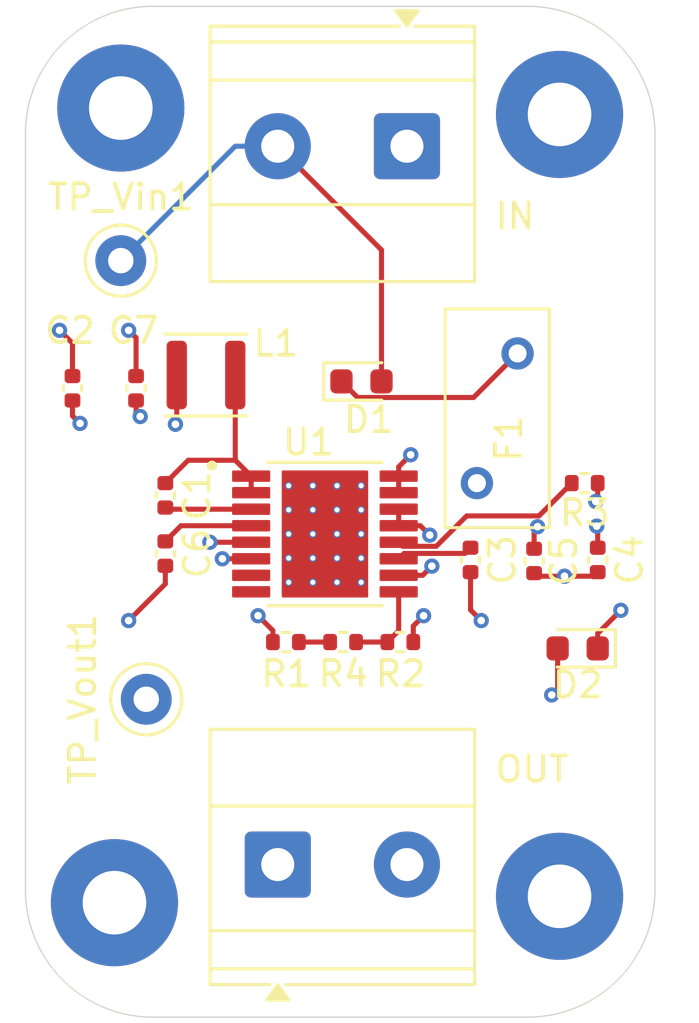
<source format=kicad_pcb>
(kicad_pcb (version 20241229) (generator "pcbnew") (generator_version "9.0")
  (layers (0 "F.Cu" signal "Top") (4 "In1.Cu" signal "GND") (6 "In2.Cu" signal "PWR") (2 "B.Cu" signal "Bottom") (13 "F.Paste" user) (15 "B.Paste" user) (5 "F.SilkS" user "F.Silkscreen") (7 "B.SilkS" user "B.Silkscreen") (1 "F.Mask" user) (3 "B.Mask" user) (25 "Edge.Cuts" user))
  (net 0 "")
  (net 1 "Net-(U1-CBOOT)")
  (net 2 "/SW")
  (net 3 "GND")
  (net 4 "Net-(U1-SS{slash}TRK)")
  (net 5 "VIN")
  (net 6 "Net-(U1-VCC)")
  (net 7 "Net-(D1-K)")
  (net 8 "Net-(D1-A)")
  (net 9 "/Vout")
  (net 10 "Net-(R1-Pad2)")
  (net 11 "Net-(U1-FB)")
  (net 12 "Net-(U1-EN)")
  (footprint "MountingHole:MountingHole_2.5mm_Pad" (layer "F.Cu") (at 163.25 71.5)
    (property "Reference" "H2" (hide yes))
    (property "Value" "MountingHole_Pad" (hide yes))
    (pad "1" thru_hole circle (at 0 0) (size 5 5) (drill 2.5) (layers "*.Cu" "*.Mask"))
  )
  (footprint "Fuse:Fuse_BelFuse_0ZRE0005FF_L8.3mm_W3.8mm" (layer "F.Cu") (at 178.85 81.15 -90)
    (property "Reference" "F1" (at 3.35 0.35 90) (layer "F.SilkS"))
    (property "Value" "Fuse" (hide yes))
    (fp_line (start -1.75 2.85) (end 6.85 2.85) (stroke (width 0.12)) (layer "F.SilkS"))
    (fp_line (start -1.75 -1.25) (end -1.75 2.85) (stroke (width 0.12)) (layer "F.SilkS"))
    (fp_line (start -1.75 -1.25) (end 6.85 -1.25) (stroke (width 0.12)) (layer "F.SilkS"))
    (fp_line (start 6.85 -1.25) (end 6.85 2.85) (stroke (width 0.12)) (layer "F.SilkS"))
    (pad "1" thru_hole circle (at 0 0 270) (size 1.27 1.27) (drill 0.71) (layers "*.Cu" "*.Mask") (net 7 "Net-(D1-K)"))
    (pad "2" thru_hole circle (at 5.1 1.6 270) (size 1.27 1.27) (drill 0.71) (layers "*.Cu" "*.Mask") (net 5 "VIN"))
  )
  (footprint "Resistor_SMD:R_0402_1005Metric" (layer "F.Cu") (at 169.74 92.5)
    (property "Reference" "R1" (at 0.01 1.25 0) (layer "F.SilkS"))
    (property "Value" "82KΩ" (hide yes))
    (fp_line (start -0.153641 -0.38) (end 0.153641 -0.38) (stroke (width 0.12)) (layer "F.SilkS"))
    (fp_line (start -0.153641 0.38) (end 0.153641 0.38) (stroke (width 0.12)) (layer "F.SilkS"))
    (pad "1" smd roundrect (at -0.51 0) (size 0.54 0.64) (layers "F.Cu" "F.Mask" "F.Paste") (net 9 "/Vout"))
    (pad "2" smd roundrect (at 0.51 0) (size 0.54 0.64) (layers "F.Cu" "F.Mask" "F.Paste") (net 10 "Net-(R1-Pad2)"))
  )
  (footprint "Capacitor_SMD:C_0402_1005Metric" (layer "F.Cu") (at 163.85 82.52 90)
    (property "Reference" "C7" (at 2.27 -0.1 180) (layer "F.SilkS"))
    (property "Value" "22uF" (hide yes))
    (fp_line (start -0.107836 -0.36) (end 0.107836 -0.36) (stroke (width 0.12)) (layer "F.SilkS"))
    (fp_line (start -0.107836 0.36) (end 0.107836 0.36) (stroke (width 0.12)) (layer "F.SilkS"))
    (pad "1" smd roundrect (at -0.48 0 90) (size 0.56 0.62) (layers "F.Cu" "F.Mask" "F.Paste") (net 3 "GND"))
    (pad "2" smd roundrect (at 0.48 0 90) (size 0.56 0.62) (layers "F.Cu" "F.Mask" "F.Paste") (net 9 "/Vout"))
  )
  (footprint "MountingHole:MountingHole_2.5mm_Pad" (layer "F.Cu") (at 163 102.75)
    (property "Reference" "H1" (hide yes))
    (property "Value" "MountingHole_Pad" (hide yes))
    (pad "1" thru_hole circle (at 0 0) (size 5 5) (drill 2.5) (layers "*.Cu" "*.Mask"))
  )
  (footprint "TerminalBlock_Phoenix:TerminalBlock_Phoenix_MKDS-1,5-2-5.08_1x02_P5.08mm_Horizontal" (layer "F.Cu") (at 174.5 73 180)
    (property "Reference" "IN" (at -4.25 -2.75 0) (layer "F.SilkS"))
    (property "Value" "IN" (hide yes))
    (fp_line (start 7.74 4.72) (end 0.3 4.72) (stroke (width 0.12)) (layer "F.SilkS"))
    (fp_line (start 7.74 -5.32) (end 7.74 4.72) (stroke (width 0.12)) (layer "F.SilkS"))
    (fp_line (start -0.3 4.72) (end -2.66 4.72) (stroke (width 0.12)) (layer "F.SilkS"))
    (fp_line (start -2.66 4.72) (end -2.66 -5.32) (stroke (width 0.12)) (layer "F.SilkS"))
    (fp_line (start -2.66 4.1) (end 7.74 4.1) (stroke (width 0.12)) (layer "F.SilkS"))
    (fp_line (start -2.66 2.6) (end 7.74 2.6) (stroke (width 0.12)) (layer "F.SilkS"))
    (fp_line (start -2.66 -2.3) (end 7.74 -2.3) (stroke (width 0.12)) (layer "F.SilkS"))
    (fp_line (start -2.66 -5.32) (end 7.74 -5.32) (stroke (width 0.12)) (layer "F.SilkS"))
    (fp_poly (pts (xy 0 4.72) (xy 0.44 5.33) (xy -0.44 5.33)) (stroke (width 0.12)) (fill yes) (layer "F.SilkS"))
    (pad "1" thru_hole roundrect (at 0 0 180) (size 2.6 2.6) (drill 1.3) (layers "*.Cu" "*.Mask") (roundrect_rratio 0.096154) (net 3 "GND"))
    (pad "2" thru_hole circle (at 5.08 0 180) (size 2.6 2.6) (drill 1.3) (layers "*.Cu" "*.Mask") (net 8 "Net-(D1-A)"))
  )
  (footprint "Resistor_SMD:R_0402_1005Metric" (layer "F.Cu") (at 174.24 92.5)
    (property "Reference" "R2" (at 0.01 1.25 0) (layer "F.SilkS"))
    (property "Value" "10KΩ" (hide yes))
    (fp_line (start -0.153641 -0.38) (end 0.153641 -0.38) (stroke (width 0.12)) (layer "F.SilkS"))
    (fp_line (start -0.153641 0.38) (end 0.153641 0.38) (stroke (width 0.12)) (layer "F.SilkS"))
    (pad "1" smd roundrect (at -0.51 0) (size 0.54 0.64) (layers "F.Cu" "F.Mask" "F.Paste") (net 11 "Net-(U1-FB)"))
    (pad "2" smd roundrect (at 0.51 0) (size 0.54 0.64) (layers "F.Cu" "F.Mask" "F.Paste") (net 3 "GND"))
  )
  (footprint "MountingHole:MountingHole_2.5mm_Pad" (layer "F.Cu") (at 180.5 71.75)
    (property "Reference" "H3" (hide yes))
    (property "Value" "MountingHole_Pad" (hide yes))
    (pad "1" thru_hole circle (at 0 0) (size 5 5) (drill 2.5) (layers "*.Cu" "*.Mask"))
  )
  (footprint "Capacitor_SMD:C_0402_1005Metric" (layer "F.Cu") (at 182 89.27 90)
    (property "Reference" "C4" (at 0 1.25 90) (layer "F.SilkS"))
    (property "Value" "2.2uF" (hide yes))
    (fp_line (start -0.107836 -0.36) (end 0.107836 -0.36) (stroke (width 0.12)) (layer "F.SilkS"))
    (fp_line (start -0.107836 0.36) (end 0.107836 0.36) (stroke (width 0.12)) (layer "F.SilkS"))
    (pad "1" smd roundrect (at -0.48 0 90) (size 0.56 0.62) (layers "F.Cu" "F.Mask" "F.Paste") (net 3 "GND"))
    (pad "2" smd roundrect (at 0.48 0 90) (size 0.56 0.62) (layers "F.Cu" "F.Mask" "F.Paste") (net 5 "VIN"))
  )
  (footprint "Inductor_SMD:L_APV_ANR3010" (layer "F.Cu") (at 166.6 82 180)
    (property "Reference" "L1" (at -2.75 1.25 0) (layer "F.SilkS"))
    (property "Value" "6.8uH" (hide yes))
    (fp_line (start 1.61 1.61) (end -1.61 1.61) (stroke (width 0.12)) (layer "F.SilkS"))
    (fp_line (start -1.61 -1.61) (end 1.61 -1.61) (stroke (width 0.12)) (layer "F.SilkS"))
    (pad "1" smd roundrect (at -1.15 0 180) (size 0.8 2.7) (layers "F.Cu" "F.Mask" "F.Paste") (net 2 "/SW"))
    (pad "2" smd roundrect (at 1.15 0 180) (size 0.8 2.7) (layers "F.Cu" "F.Mask" "F.Paste") (net 9 "/Vout"))
  )
  (footprint "MountingHole:MountingHole_2.5mm_Pad" (layer "F.Cu") (at 180.5 102.5)
    (property "Reference" "H4" (hide yes))
    (property "Value" "MountingHole_Pad" (hide yes))
    (pad "1" thru_hole circle (at 0 0) (size 5 5) (drill 2.5) (layers "*.Cu" "*.Mask"))
  )
  (footprint "Capacitor_SMD:C_0402_1005Metric" (layer "F.Cu") (at 179.5 89.31 -90)
    (property "Reference" "C5" (at 0 -1.16 90) (layer "F.SilkS"))
    (property "Value" "10uF" (hide yes))
    (fp_line (start -0.107836 0.36) (end 0.107836 0.36) (stroke (width 0.12)) (layer "F.SilkS"))
    (fp_line (start -0.107836 -0.36) (end 0.107836 -0.36) (stroke (width 0.12)) (layer "F.SilkS"))
    (pad "1" smd roundrect (at -0.48 0 270) (size 0.56 0.62) (layers "F.Cu" "F.Mask" "F.Paste") (net 5 "VIN"))
    (pad "2" smd roundrect (at 0.48 0 270) (size 0.56 0.62) (layers "F.Cu" "F.Mask" "F.Paste") (net 3 "GND"))
  )
  (footprint "TerminalBlock_Phoenix:TerminalBlock_Phoenix_MKDS-1,5-2-5.08_1x02_P5.08mm_Horizontal" (layer "F.Cu") (at 169.42 101.25)
    (property "Reference" "OUT" (at 10 -3.75 0) (layer "F.SilkS"))
    (property "Value" "OUT" (hide yes))
    (fp_line (start -2.66 -5.32) (end 7.74 -5.32) (stroke (width 0.12)) (layer "F.SilkS"))
    (fp_line (start -2.66 -2.3) (end 7.74 -2.3) (stroke (width 0.12)) (layer "F.SilkS"))
    (fp_line (start -2.66 2.6) (end 7.74 2.6) (stroke (width 0.12)) (layer "F.SilkS"))
    (fp_line (start -2.66 4.1) (end 7.74 4.1) (stroke (width 0.12)) (layer "F.SilkS"))
    (fp_line (start -2.66 4.72) (end -2.66 -5.32) (stroke (width 0.12)) (layer "F.SilkS"))
    (fp_line (start -0.3 4.72) (end -2.66 4.72) (stroke (width 0.12)) (layer "F.SilkS"))
    (fp_line (start 7.74 -5.32) (end 7.74 4.72) (stroke (width 0.12)) (layer "F.SilkS"))
    (fp_line (start 7.74 4.72) (end 0.3 4.72) (stroke (width 0.12)) (layer "F.SilkS"))
    (fp_poly (pts (xy 0 4.72) (xy 0.44 5.33) (xy -0.44 5.33)) (stroke (width 0.12)) (fill yes) (layer "F.SilkS"))
    (pad "1" thru_hole roundrect (at 0 0) (size 2.6 2.6) (drill 1.3) (layers "*.Cu" "*.Mask") (roundrect_rratio 0.096154) (net 9 "/Vout"))
    (pad "2" thru_hole circle (at 5.08 0) (size 2.6 2.6) (drill 1.3) (layers "*.Cu" "*.Mask") (net 3 "GND"))
  )
  (footprint "TestPoint:TestPoint_Keystone_5000-5004_Miniature" (layer "F.Cu") (at 163.25 77.5)
    (property "Reference" "TP_Vin1" (at 0 -2.5 0) (layer "F.SilkS"))
    (property "Value" "TestPoint" (hide yes))
    (fp_circle (center 0 0) (end 1.4 0) (stroke (width 0.12)) (fill no) (layer "F.SilkS"))
    (pad "1" thru_hole circle (at 0 0) (size 2 2) (drill 1) (layers "*.Cu" "*.Mask") (net 8 "Net-(D1-A)"))
  )
  (footprint "Diode_SMD:D_0603_1608Metric" (layer "F.Cu") (at 172.7125 82.25)
    (property "Reference" "D1" (at 0.2875 1.5 0) (layer "F.SilkS"))
    (property "Value" "D_Schottky" (hide yes))
    (fp_line (start -1.485 -0.735) (end -1.485 0.735) (stroke (width 0.12)) (layer "F.SilkS"))
    (fp_line (start -1.485 0.735) (end 0.8 0.735) (stroke (width 0.12)) (layer "F.SilkS"))
    (fp_line (start 0.8 -0.735) (end -1.485 -0.735) (stroke (width 0.12)) (layer "F.SilkS"))
    (pad "1" smd roundrect (at -0.7875 0) (size 0.875 0.95) (layers "F.Cu" "F.Mask" "F.Paste") (net 7 "Net-(D1-K)"))
    (pad "2" smd roundrect (at 0.7875 0) (size 0.875 0.95) (layers "F.Cu" "F.Mask" "F.Paste") (net 8 "Net-(D1-A)"))
  )
  (footprint "Capacitor_SMD:C_0402_1005Metric" (layer "F.Cu") (at 177 89.27 90)
    (property "Reference" "C3" (at 0 1.25 90) (layer "F.SilkS"))
    (property "Value" "0.1uF" (hide yes))
    (fp_line (start -0.107836 -0.36) (end 0.107836 -0.36) (stroke (width 0.12)) (layer "F.SilkS"))
    (fp_line (start -0.107836 0.36) (end 0.107836 0.36) (stroke (width 0.12)) (layer "F.SilkS"))
    (pad "1" smd roundrect (at -0.48 0 90) (size 0.56 0.62) (layers "F.Cu" "F.Mask" "F.Paste") (net 3 "GND"))
    (pad "2" smd roundrect (at 0.48 0 90) (size 0.56 0.62) (layers "F.Cu" "F.Mask" "F.Paste") (net 4 "Net-(U1-SS{slash}TRK)"))
  )
  (footprint "Capacitor_SMD:C_0402_1005Metric" (layer "F.Cu") (at 165 89.02 -90)
    (property "Reference" "C6" (at 0 -1.25 90) (layer "F.SilkS"))
    (property "Value" "0.1uF" (hide yes))
    (fp_line (start -0.107836 0.36) (end 0.107836 0.36) (stroke (width 0.12)) (layer "F.SilkS"))
    (fp_line (start -0.107836 -0.36) (end 0.107836 -0.36) (stroke (width 0.12)) (layer "F.SilkS"))
    (pad "1" smd roundrect (at -0.48 0 270) (size 0.56 0.62) (layers "F.Cu" "F.Mask" "F.Paste") (net 6 "Net-(U1-VCC)"))
    (pad "2" smd roundrect (at 0.48 0 270) (size 0.56 0.62) (layers "F.Cu" "F.Mask" "F.Paste") (net 3 "GND"))
  )
  (footprint "Diode_SMD:D_0603_1608Metric" (layer "F.Cu") (at 181.2125 92.75 180)
    (property "Reference" "D2" (at 0 -1.43 0) (layer "F.SilkS"))
    (property "Value" "PTVS26VZ1USK" (hide yes))
    (fp_line (start 0.8 -0.735) (end -1.485 -0.735) (stroke (width 0.12)) (layer "F.SilkS"))
    (fp_line (start -1.485 0.735) (end 0.8 0.735) (stroke (width 0.12)) (layer "F.SilkS"))
    (fp_line (start -1.485 -0.735) (end -1.485 0.735) (stroke (width 0.12)) (layer "F.SilkS"))
    (pad "1" smd roundrect (at -0.7875 0 180) (size 0.875 0.95) (layers "F.Cu" "F.Mask" "F.Paste") (net 5 "VIN"))
    (pad "2" smd roundrect (at 0.7875 0 180) (size 0.875 0.95) (layers "F.Cu" "F.Mask" "F.Paste") (net 3 "GND"))
  )
  (footprint "Resistor_SMD:R_0402_1005Metric" (layer "F.Cu") (at 181.49 86.25 180)
    (property "Reference" "R3" (at 0 -1.17 0) (layer "F.SilkS"))
    (property "Value" "10KΩ" (hide yes))
    (fp_line (start -0.153641 0.38) (end 0.153641 0.38) (stroke (width 0.12)) (layer "F.SilkS"))
    (fp_line (start -0.153641 -0.38) (end 0.153641 -0.38) (stroke (width 0.12)) (layer "F.SilkS"))
    (pad "1" smd roundrect (at -0.51 0 180) (size 0.54 0.64) (layers "F.Cu" "F.Mask" "F.Paste") (net 5 "VIN"))
    (pad "2" smd roundrect (at 0.51 0 180) (size 0.54 0.64) (layers "F.Cu" "F.Mask" "F.Paste") (net 12 "Net-(U1-EN)"))
  )
  (footprint "LM43603PWPT:CONV_LM43603PWPT" (layer "F.Cu") (at 171.275 88.25)
    (property "Reference" "U1" (at -0.645 -3.612 0) (layer "F.SilkS"))
    (property "Value" "LM43603PWPT" (hide yes))
    (fp_line (start -2.25 -2.82) (end 2.25 -2.82) (stroke (width 0.127)) (layer "F.SilkS"))
    (fp_line (start -2.25 2.82) (end 2.25 2.82) (stroke (width 0.127)) (layer "F.SilkS"))
    (fp_circle (center -4.44 -2.685) (end -4.34 -2.685) (stroke (width 0.2)) (fill no) (layer "F.SilkS"))
    (pad "1" smd roundrect (at -2.9 -2.275) (size 1.5 0.45) (layers "F.Cu") (roundrect_rratio 0.11) (net 2 "/SW"))
    (pad "2" smd roundrect (at -2.9 -1.625) (size 1.5 0.45) (layers "F.Cu") (roundrect_rratio 0.11) (net 2 "/SW"))
    (pad "3" smd roundrect (at -2.9 -0.975) (size 1.5 0.45) (layers "F.Cu") (roundrect_rratio 0.11) (net 1 "Net-(U1-CBOOT)"))
    (pad "4" smd roundrect (at -2.9 -0.325) (size 1.5 0.45) (layers "F.Cu") (roundrect_rratio 0.11) (net 6 "Net-(U1-VCC)"))
    (pad "5" smd roundrect (at -2.9 0.325) (size 1.5 0.45) (layers "F.Cu") (roundrect_rratio 0.11) (net 9 "/Vout"))
    (pad "6" smd roundrect (at -2.9 0.975) (size 1.5 0.45) (layers "F.Cu") (roundrect_rratio 0.11) (net 3 "GND"))
    (pad "7" smd roundrect (at -2.9 1.625) (size 1.5 0.45) (layers "F.Cu") (roundrect_rratio 0.11))
    (pad "8" smd roundrect (at -2.9 2.275) (size 1.5 0.45) (layers "F.Cu") (roundrect_rratio 0.11))
    (pad "9" smd roundrect (at 2.9 2.275) (size 1.5 0.45) (layers "F.Cu") (roundrect_rratio 0.11) (net 11 "Net-(U1-FB)"))
    (pad "10" smd roundrect (at 2.9 1.625) (size 1.5 0.45) (layers "F.Cu") (roundrect_rratio 0.11) (net 3 "GND"))
    (pad "11" smd roundrect (at 2.9 0.975) (size 1.5 0.45) (layers "F.Cu") (roundrect_rratio 0.11) (net 4 "Net-(U1-SS{slash}TRK)"))
    (pad "12" smd roundrect (at 2.9 0.325) (size 1.5 0.45) (layers "F.Cu") (roundrect_rratio 0.11) (net 12 "Net-(U1-EN)"))
    (pad "13" smd roundrect (at 2.9 -0.325) (size 1.5 0.45) (layers "F.Cu") (roundrect_rratio 0.11) (net 5 "VIN"))
    (pad "14" smd roundrect (at 2.9 -0.975) (size 1.5 0.45) (layers "F.Cu") (roundrect_rratio 0.11) (net 5 "VIN"))
    (pad "15" smd roundrect (at 2.9 -1.625) (size 1.5 0.45) (layers "F.Cu") (roundrect_rratio 0.11) (net 3 "GND"))
    (pad "16" smd roundrect (at 2.9 -2.275) (size 1.5 0.45) (layers "F.Cu") (roundrect_rratio 0.11) (net 3 "GND"))
    (pad "17" smd roundrect (at 0 0) (size 3.4 5) (layers "F.Cu") (roundrect_rratio 0.015) (net 3 "GND") (clearance 0.023))
    (pad "18" thru_hole circle (at -1.425 -1.9) (size 0.3 0.3) (drill 0.2) (layers "*.Cu") (net 3 "GND"))
    (pad "19" thru_hole circle (at -0.475 -1.9) (size 0.3 0.3) (drill 0.2) (layers "*.Cu") (net 3 "GND"))
    (pad "20" thru_hole circle (at 0.475 -1.9) (size 0.3 0.3) (drill 0.2) (layers "*.Cu") (net 3 "GND"))
    (pad "21" thru_hole circle (at 1.425 -1.9) (size 0.3 0.3) (drill 0.2) (layers "*.Cu") (net 3 "GND"))
    (pad "22" thru_hole circle (at -1.425 -0.95) (size 0.3 0.3) (drill 0.2) (layers "*.Cu") (net 3 "GND"))
    (pad "23" thru_hole circle (at -0.475 -0.95) (size 0.3 0.3) (drill 0.2) (layers "*.Cu") (net 3 "GND"))
    (pad "24" thru_hole circle (at 0.475 -0.95) (size 0.3 0.3) (drill 0.2) (layers "*.Cu") (net 3 "GND"))
    (pad "25" thru_hole circle (at 1.425 -0.95) (size 0.3 0.3) (drill 0.2) (layers "*.Cu") (net 3 "GND"))
    (pad "26" thru_hole circle (at -1.425 0) (size 0.3 0.3) (drill 0.2) (layers "*.Cu") (net 3 "GND"))
    (pad "27" thru_hole circle (at -0.475 0) (size 0.3 0.3) (drill 0.2) (layers "*.Cu") (net 3 "GND"))
    (pad "28" thru_hole circle (at 0.475 0) (size 0.3 0.3) (drill 0.2) (layers "*.Cu") (net 3 "GND"))
    (pad "29" thru_hole circle (at 1.425 0) (size 0.3 0.3) (drill 0.2) (layers "*.Cu") (net 3 "GND"))
    (pad "30" thru_hole circle (at -1.425 0.95) (size 0.3 0.3) (drill 0.2) (layers "*.Cu") (net 3 "GND"))
    (pad "31" thru_hole circle (at -0.475 0.95) (size 0.3 0.3) (drill 0.2) (layers "*.Cu") (net 3 "GND"))
    (pad "32" thru_hole circle (at 0.475 0.95) (size 0.3 0.3) (drill 0.2) (layers "*.Cu") (net 3 "GND"))
    (pad "33" thru_hole circle (at 1.425 0.95) (size 0.3 0.3) (drill 0.2) (layers "*.Cu") (net 3 "GND") (clearance 0.074))
    (pad "34" thru_hole circle (at -1.425 1.9) (size 0.3 0.3) (drill 0.2) (layers "*.Cu") (net 3 "GND"))
    (pad "35" thru_hole circle (at -0.475 1.9) (size 0.3 0.3) (drill 0.2) (layers "*.Cu") (net 3 "GND"))
    (pad "36" thru_hole circle (at 0.475 1.9) (size 0.3 0.3) (drill 0.2) (layers "*.Cu") (net 3 "GND"))
    (pad "37" thru_hole circle (at 1.425 1.9) (size 0.3 0.3) (drill 0.2) (layers "*.Cu") (net 3 "GND"))
  )
  (footprint "TestPoint:TestPoint_Keystone_5000-5004_Miniature" (layer "F.Cu") (at 164.25 94.75 90)
    (property "Reference" "TP_Vout1" (at 0 -2.5 90) (layer "F.SilkS"))
    (property "Value" "TestPoint" (hide yes))
    (fp_circle (center 0 0) (end 1.4 0) (stroke (width 0.12)) (fill no) (layer "F.SilkS"))
    (pad "1" thru_hole circle (at 0 0 90) (size 2 2) (drill 1) (layers "*.Cu" "*.Mask") (net 9 "/Vout"))
  )
  (footprint "Capacitor_SMD:C_0402_1005Metric" (layer "F.Cu") (at 165 86.73 90)
    (property "Reference" "C1" (at -0.02 1.25 90) (layer "F.SilkS"))
    (property "Value" "0.1uF" (hide yes))
    (fp_line (start -0.107836 -0.36) (end 0.107836 -0.36) (stroke (width 0.12)) (layer "F.SilkS"))
    (fp_line (start -0.107836 0.36) (end 0.107836 0.36) (stroke (width 0.12)) (layer "F.SilkS"))
    (pad "1" smd roundrect (at -0.48 0 90) (size 0.56 0.62) (layers "F.Cu" "F.Mask" "F.Paste") (net 1 "Net-(U1-CBOOT)"))
    (pad "2" smd roundrect (at 0.48 0 90) (size 0.56 0.62) (layers "F.Cu" "F.Mask" "F.Paste") (net 2 "/SW"))
  )
  (footprint "Resistor_SMD:R_0402_1005Metric" (layer "F.Cu") (at 171.99 92.5)
    (property "Reference" "R4" (at 0.01 1.25 0) (layer "F.SilkS"))
    (property "Value" "20KΩ" (hide yes))
    (fp_line (start -0.153641 -0.38) (end 0.153641 -0.38) (stroke (width 0.12)) (layer "F.SilkS"))
    (fp_line (start -0.153641 0.38) (end 0.153641 0.38) (stroke (width 0.12)) (layer "F.SilkS"))
    (pad "1" smd roundrect (at -0.51 0) (size 0.54 0.64) (layers "F.Cu" "F.Mask" "F.Paste") (net 10 "Net-(R1-Pad2)"))
    (pad "2" smd roundrect (at 0.51 0) (size 0.54 0.64) (layers "F.Cu" "F.Mask" "F.Paste") (net 11 "Net-(U1-FB)"))
  )
  (footprint "Capacitor_SMD:C_0402_1005Metric" (layer "F.Cu") (at 161.35 82.52 90)
    (property "Reference" "C2" (at 2.27 -0.1 180) (layer "F.SilkS"))
    (property "Value" "22uF" (hide yes))
    (fp_line (start -0.107836 -0.36) (end 0.107836 -0.36) (stroke (width 0.12)) (layer "F.SilkS"))
    (fp_line (start -0.107836 0.36) (end 0.107836 0.36) (stroke (width 0.12)) (layer "F.SilkS"))
    (pad "1" smd roundrect (at -0.48 0 90) (size 0.56 0.62) (layers "F.Cu" "F.Mask" "F.Paste") (net 3 "GND"))
    (pad "2" smd roundrect (at 0.48 0 90) (size 0.56 0.62) (layers "F.Cu" "F.Mask" "F.Paste") (net 9 "/Vout"))
  )
  (gr_line (start 179.25 107.25) (end 164.5 107.25) (stroke (width 0.05)) (layer "Edge.Cuts"))
  (gr_line (start 164.5 67.5) (end 179.25 67.5) (stroke (width 0.05)) (layer "Edge.Cuts"))
  (gr_line (start 159.5 102.25) (end 159.5 72.5) (stroke (width 0.05)) (layer "Edge.Cuts"))
  (gr_arc (start 159.5 72.5) (mid 160.964466 68.964466) (end 164.5 67.5) (stroke (width 0.05)) (layer "Edge.Cuts"))
  (gr_line (start 184.25 72.5) (end 184.25 102.25) (stroke (width 0.05)) (layer "Edge.Cuts"))
  (gr_arc (start 179.25 67.5) (mid 182.785534 68.964466) (end 184.25 72.5) (stroke (width 0.05)) (layer "Edge.Cuts"))
  (gr_arc (start 164.5 107.25) (mid 160.964466 105.785534) (end 159.5 102.25) (stroke (width 0.05)) (layer "Edge.Cuts"))
  (gr_arc (start 184.25 102.25) (mid 182.785534 105.785534) (end 179.25 107.25) (stroke (width 0.05)) (layer "Edge.Cuts"))
  (segment (start 165.065 87.275) (end 165 87.21) (width 0.2) (layer "F.Cu") (net 1))
  (segment (start 168.375 87.275) (end 165.065 87.275) (width 0.2) (layer "F.Cu") (net 1))
  (segment (start 167.75 85.35) (end 165.9 85.35) (width 0.2) (layer "F.Cu") (net 2))
  (segment (start 168.375 86.625) (end 168.375 85.975) (width 0.2) (layer "F.Cu") (net 2))
  (segment (start 167.75 85.35) (end 168.375 85.975) (width 0.2) (layer "F.Cu") (net 2))
  (segment (start 167.75 82) (end 167.75 85.35) (width 0.2) (layer "F.Cu") (net 2))
  (segment (start 165.9 85.35) (end 165 86.25) (width 0.2) (layer "F.Cu") (net 2))
  (segment (start 175.4795 89.5143) (end 175.1188 89.875) (width 0.2) (layer "F.Cu") (net 3))
  (segment (start 179.62 89.91) (end 179.5 89.79) (width 0.2) (layer "F.Cu") (net 3))
  (segment (start 174.6477 85.1355) (end 174.3818 85.4014) (width 0.2) (layer "F.Cu") (net 3))
  (segment (start 177.42 91.6552) (end 177 91.2352) (width 0.2) (layer "F.Cu") (net 3))
  (segment (start 174.6477 85.1355) (end 174.175 85.6082) (width 0.2) (layer "F.Cu") (net 3))
  (segment (start 161.647 83.9008) (end 161.35 83.6038) (width 0.2) (layer "F.Cu") (net 3))
  (segment (start 161.3871 83.6409) (end 161.647 83.9008) (width 0.2) (layer "F.Cu") (net 3))
  (segment (start 163.5585 91.6552) (end 165 90.2137) (width 0.2) (layer "F.Cu") (net 3))
  (segment (start 163.85 83.4675) (end 164.0125 83.63) (width 0.2) (layer "F.Cu") (net 3))
  (segment (start 180.6945 89.91) (end 181.84 89.91) (width 0.2) (layer "F.Cu") (net 3))
  (segment (start 174.175 85.6082) (end 174.175 85.975) (width 0.2) (layer "F.Cu") (net 3))
  (segment (start 167.2423 89.225) (end 167.2777 89.225) (width 0.2) (layer "F.Cu") (net 3))
  (segment (start 175.1544 91.4648) (end 174.75 91.8692) (width 0.2) (layer "F.Cu") (net 3))
  (segment (start 180.1923 94.5807) (end 180.425 94.348) (width 0.2) (layer "F.Cu") (net 3))
  (segment (start 175.4795 89.5143) (end 175.2541 89.7397) (width 0.2) (layer "F.Cu") (net 3))
  (segment (start 177 91.2352) (end 177 89.75) (width 0.2) (layer "F.Cu") (net 3))
  (segment (start 163.85 83) (end 163.85 83.4675) (width 0.2) (layer "F.Cu") (net 3))
  (segment (start 180.425 94.348) (end 180.425 92.75) (width 0.2) (layer "F.Cu") (net 3))
  (segment (start 165 90.2137) (end 165 89.5) (width 0.2) (layer "F.Cu") (net 3))
  (segment (start 163.85 83.63) (end 164.0125 83.63) (width 0.2) (layer "F.Cu") (net 3))
  (segment (start 174.75 91.8692) (end 174.75 92.5) (width 0.2) (layer "F.Cu") (net 3))
  (segment (start 174.175 86.625) (end 174.175 85.975) (width 0.2) (layer "F.Cu") (net 3))
  (segment (start 161.35 83.6038) (end 161.35 83) (width 0.2) (layer "F.Cu") (net 3))
  (segment (start 175.2541 89.7397) (end 175.4795 89.5143) (width 0.2) (layer "F.Cu") (net 3))
  (segment (start 164.0125 83.63) (end 163.85 83.63) (width 0.2) (layer "F.Cu") (net 3))
  (segment (start 180.6945 89.91) (end 179.62 89.91) (width 0.2) (layer "F.Cu") (net 3))
  (segment (start 181.84 89.91) (end 182 89.75) (width 0.2) (layer "F.Cu") (net 3))
  (segment (start 161.647 83.9008) (end 161.3871 83.6409) (width 0.2) (layer "F.Cu") (net 3))
  (segment (start 175.1188 89.875) (end 174.175 89.875) (width 0.2) (layer "F.Cu") (net 3))
  (segment (start 174.3818 85.4014) (end 174.6477 85.1355) (width 0.2) (layer "F.Cu") (net 3))
  (segment (start 170.8 88.25) (end 171.275 88.25) (width 0.2) (layer "F.Cu") (net 3))
  (segment (start 167.2423 89.225) (end 168.375 89.225) (width 0.2) (layer "F.Cu") (net 3))
  (segment (start 167.2777 89.225) (end 167.2423 89.225) (width 0.2) (layer "F.Cu") (net 3))
  (via (at 175.1544 91.4648) (size 0.6) (drill 0.3) (layers "F.Cu" "B.Cu") (net 3))
  (via (at 163.5585 91.6552) (size 0.6) (drill 0.3) (layers "F.Cu" "B.Cu") (net 3))
  (via (at 164.0125 83.63) (size 0.6) (drill 0.3) (layers "F.Cu" "B.Cu") (net 3))
  (via (at 177.42 91.6552) (size 0.6) (drill 0.3) (layers "F.Cu" "B.Cu") (net 3))
  (via (at 161.647 83.9008) (size 0.6) (drill 0.3) (layers "F.Cu" "B.Cu") (net 3))
  (via (at 167.2423 89.225) (size 0.6) (drill 0.3) (layers "F.Cu" "B.Cu") (net 3))
  (via (at 175.4795 89.5143) (size 0.6) (drill 0.3) (layers "F.Cu" "B.Cu") (net 3))
  (via (at 180.1923 94.5807) (size 0.6) (drill 0.3) (layers "F.Cu" "B.Cu") (net 3))
  (via (at 180.6945 89.91) (size 0.6) (drill 0.3) (layers "F.Cu" "B.Cu") (net 3))
  (via (at 174.6477 85.1355) (size 0.6) (drill 0.3) (layers "F.Cu" "B.Cu") (net 3))
  (segment (start 174.175 89.225) (end 174.3853 89.0147) (width 0.2) (layer "F.Cu") (net 4))
  (segment (start 176.7753 89.0147) (end 177 88.79) (width 0.2) (layer "F.Cu") (net 4))
  (segment (start 174.3853 89.0147) (end 176.7753 89.0147) (width 0.2) (layer "F.Cu") (net 4))
  (segment (start 175.3967 88.2945) (end 175.2581 88.1559) (width 0.2) (layer "F.Cu") (net 5))
  (segment (start 179.5 88.0986) (end 179.5 88.83) (width 0.2) (layer "F.Cu") (net 5))
  (segment (start 182 92.1605) (end 182 92.75) (width 0.2) (layer "F.Cu") (net 5))
  (segment (start 181.9245 86.9726) (end 182 86.8971) (width 0.2) (layer "F.Cu") (net 5))
  (segment (start 179.5 88.0986) (end 179.6349 87.9637) (width 0.2) (layer "F.Cu") (net 5))
  (segment (start 182 87.9807) (end 182 88.79) (width 0.2) (layer "F.Cu") (net 5))
  (segment (start 182 86.8971) (end 182 86.25) (width 0.2) (layer "F.Cu") (net 5))
  (segment (start 175.3967 88.2945) (end 175.0272 87.925) (width 0.2) (layer "F.Cu") (net 5))
  (segment (start 179.6349 87.9637) (end 179.5 88.0986) (width 0.2) (layer "F.Cu") (net 5))
  (segment (start 175.0272 87.925) (end 174.175 87.925) (width 0.2) (layer "F.Cu") (net 5))
  (segment (start 174.175 87.275) (end 174.175 87.925) (width 0.2) (layer "F.Cu") (net 5))
  (segment (start 179.6349 87.9637) (end 179.5 88.0986) (width 0.2) (layer "F.Cu") (net 5))
  (segment (start 181.9614 87.9421) (end 182 87.9807) (width 0.2) (layer "F.Cu") (net 5))
  (segment (start 175.2581 88.1559) (end 175.3967 88.2945) (width 0.2) (layer "F.Cu") (net 5))
  (segment (start 182.9092 91.2513) (end 182 92.1605) (width 0.2) (layer "F.Cu") (net 5))
  (via (at 182.9092 91.2513) (size 0.6) (drill 0.3) (layers "F.Cu" "B.Cu") (net 5))
  (via (at 181.9245 86.9726) (size 0.6) (drill 0.3) (layers "F.Cu" "B.Cu") (net 5))
  (via (at 175.3967 88.2945) (size 0.6) (drill 0.3) (layers "F.Cu" "B.Cu") (net 5))
  (via (at 181.9614 87.9421) (size 0.6) (drill 0.3) (layers "F.Cu" "B.Cu") (net 5))
  (via (at 179.6349 87.9637) (size 0.6) (drill 0.3) (layers "F.Cu" "B.Cu") (net 5))
  (segment (start 165.615 87.925) (end 165 88.54) (width 0.2) (layer "F.Cu") (net 6))
  (segment (start 168.375 87.925) (end 165.615 87.925) (width 0.2) (layer "F.Cu") (net 6))
  (segment (start 172.5569 82.8819) (end 171.925 82.25) (width 0.2) (layer "F.Cu") (net 7))
  (segment (start 178.85 81.15) (end 177.1181 82.8819) (width 0.2) (layer "F.Cu") (net 7))
  (segment (start 177.1181 82.8819) (end 172.5569 82.8819) (width 0.2) (layer "F.Cu") (net 7))
  (segment (start 169.42 73) (end 173.5 77.08) (width 0.2) (layer "F.Cu") (net 8))
  (segment (start 173.5 77.08) (end 173.5 82.25) (width 0.2) (layer "F.Cu") (net 8))
  (segment (start 167.75 73) (end 169.42 73) (width 0.2) (layer "B.Cu") (net 8))
  (segment (start 163.25 77.5) (end 167.75 73) (width 0.2) (layer "B.Cu") (net 8))
  (segment (start 165.3977 83.936) (end 165.45 83.8837) (width 0.2) (layer "F.Cu") (net 9))
  (segment (start 163.85 80.5323) (end 163.85 82.04) (width 0.2) (layer "F.Cu") (net 9))
  (segment (start 165.45 83.8837) (end 165.45 82) (width 0.2) (layer "F.Cu") (net 9))
  (segment (start 168.375 88.575) (end 166.7521 88.575) (width 0.2) (layer "F.Cu") (net 9))
  (segment (start 168.6459 91.4648) (end 169.23 92.0489) (width 0.2) (layer "F.Cu") (net 9))
  (segment (start 169.23 92.0489) (end 169.23 92.5) (width 0.2) (layer "F.Cu") (net 9))
  (segment (start 161.35 80.7496) (end 161.35 82.04) (width 0.2) (layer "F.Cu") (net 9))
  (segment (start 163.5585 80.2408) (end 163.85 80.5323) (width 0.2) (layer "F.Cu") (net 9))
  (segment (start 163.85 80.5323) (end 163.5585 80.2408) (width 0.2) (layer "F.Cu") (net 9))
  (segment (start 165.45 83.8837) (end 165.3977 83.936) (width 0.2) (layer "F.Cu") (net 9))
  (segment (start 160.8412 80.2408) (end 161.35 80.7496) (width 0.2) (layer "F.Cu") (net 9))
  (segment (start 163.5585 80.2408) (end 163.85 80.5323) (width 0.2) (layer "F.Cu") (net 9))
  (segment (start 165.3977 83.936) (end 165.45 83.8837) (width 0.2) (layer "F.Cu") (net 9))
  (via (at 160.8412 80.2408) (size 0.6) (drill 0.3) (layers "F.Cu" "B.Cu") (net 9))
  (via (at 168.6459 91.4648) (size 0.6) (drill 0.3) (layers "F.Cu" "B.Cu") (net 9))
  (via (at 163.5585 80.2408) (size 0.6) (drill 0.3) (layers "F.Cu" "B.Cu") (net 9))
  (via (at 166.7521 88.575) (size 0.6) (drill 0.3) (layers "F.Cu" "B.Cu") (net 9))
  (via (at 165.3977 83.936) (size 0.6) (drill 0.3) (layers "F.Cu" "B.Cu") (net 9))
  (segment (start 171.48 92.5) (end 170.25 92.5) (width 0.2) (layer "F.Cu") (net 10))
  (segment (start 174.175 92.055) (end 173.73 92.5) (width 0.2) (layer "F.Cu") (net 11))
  (segment (start 174.175 90.525) (end 174.175 92.055) (width 0.2) (layer "F.Cu") (net 11))
  (segment (start 172.5 92.5) (end 173.73 92.5) (width 0.2) (layer "F.Cu") (net 11))
  (segment (start 174.3342 88.7342) (end 175.6525 88.7342) (width 0.2) (layer "F.Cu") (net 12))
  (segment (start 174.175 88.575) (end 174.3342 88.7342) (width 0.2) (layer "F.Cu") (net 12))
  (segment (start 175.6525 88.7342) (end 176.8478 87.5389) (width 0.2) (layer "F.Cu") (net 12))
  (segment (start 176.8478 87.5389) (end 179.6911 87.5389) (width 0.2) (layer "F.Cu") (net 12))
  (segment (start 179.6911 87.5389) (end 180.98 86.25) (width 0.2) (layer "F.Cu") (net 12))
)
</source>
